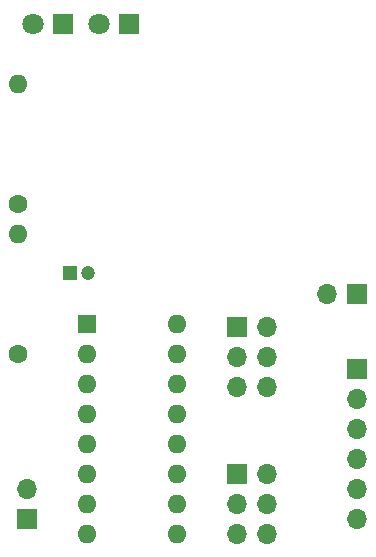
<source format=gbr>
%TF.GenerationSoftware,KiCad,Pcbnew,7.0.1*%
%TF.CreationDate,2023-08-12T16:51:13+02:00*%
%TF.ProjectId,uprs232ttl,75707273-3233-4327-9474-6c2e6b696361,rev?*%
%TF.SameCoordinates,Original*%
%TF.FileFunction,Soldermask,Bot*%
%TF.FilePolarity,Negative*%
%FSLAX46Y46*%
G04 Gerber Fmt 4.6, Leading zero omitted, Abs format (unit mm)*
G04 Created by KiCad (PCBNEW 7.0.1) date 2023-08-12 16:51:13*
%MOMM*%
%LPD*%
G01*
G04 APERTURE LIST*
%ADD10R,1.700000X1.700000*%
%ADD11O,1.700000X1.700000*%
%ADD12R,1.600000X1.600000*%
%ADD13O,1.600000X1.600000*%
%ADD14R,1.200000X1.200000*%
%ADD15C,1.200000*%
%ADD16C,1.600000*%
%ADD17R,1.800000X1.800000*%
%ADD18C,1.800000*%
G04 APERTURE END LIST*
D10*
%TO.C,J5*%
X158496000Y-105918000D03*
D11*
X161036000Y-105918000D03*
X158496000Y-108458000D03*
X161036000Y-108458000D03*
X158496000Y-110998000D03*
X161036000Y-110998000D03*
%TD*%
D12*
%TO.C,U1*%
X145796000Y-105664000D03*
D13*
X145796000Y-108204000D03*
X145796000Y-110744000D03*
X145796000Y-113284000D03*
X145796000Y-115824000D03*
X145796000Y-118364000D03*
X145796000Y-120904000D03*
X145796000Y-123444000D03*
X153416000Y-123444000D03*
X153416000Y-120904000D03*
X153416000Y-118364000D03*
X153416000Y-115824000D03*
X153416000Y-113284000D03*
X153416000Y-110744000D03*
X153416000Y-108204000D03*
X153416000Y-105664000D03*
%TD*%
D10*
%TO.C,J2*%
X168661000Y-103124000D03*
D11*
X166121000Y-103124000D03*
%TD*%
D14*
%TO.C,C1*%
X144311401Y-101346000D03*
D15*
X145811401Y-101346000D03*
%TD*%
D10*
%TO.C,J3*%
X168656000Y-109474000D03*
D11*
X168656000Y-112014000D03*
X168656000Y-114554000D03*
X168656000Y-117094000D03*
X168656000Y-119634000D03*
X168656000Y-122174000D03*
%TD*%
D16*
%TO.C,R2*%
X139954000Y-95504000D03*
D13*
X139954000Y-85344000D03*
%TD*%
D17*
%TO.C,D1*%
X143764000Y-80264000D03*
D18*
X141224000Y-80264000D03*
%TD*%
D10*
%TO.C,J1*%
X140716000Y-122174000D03*
D11*
X140716000Y-119634000D03*
%TD*%
D17*
%TO.C,D2*%
X149352000Y-80264000D03*
D18*
X146812000Y-80264000D03*
%TD*%
D16*
%TO.C,R1*%
X139954000Y-108204000D03*
D13*
X139954000Y-98044000D03*
%TD*%
D10*
%TO.C,J4*%
X158496000Y-118364000D03*
D11*
X161036000Y-118364000D03*
X158496000Y-120904000D03*
X161036000Y-120904000D03*
X158496000Y-123444000D03*
X161036000Y-123444000D03*
%TD*%
M02*

</source>
